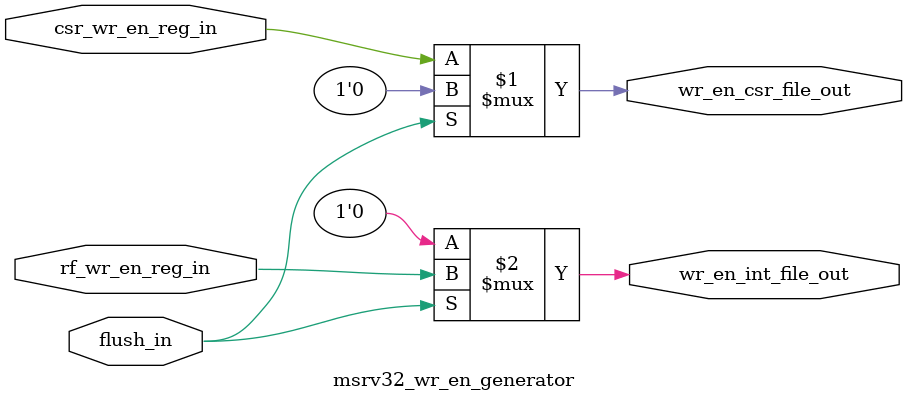
<source format=v>
module msrv32_wr_en_generator(
    flush_in, rf_wr_en_reg_in, csr_wr_en_reg_in, 
    wr_en_int_file_out, wr_en_csr_file_out);

    input flush_in, rf_wr_en_reg_in, csr_wr_en_reg_in;
    output wr_en_int_file_out, wr_en_csr_file_out;


    assign wr_en_csr_file_out = flush_in ? 1'b0 : csr_wr_en_reg_in;
    assign wr_en_int_file_out = flush_in ? rf_wr_en_reg_in: 1'b0;

endmodule
</source>
